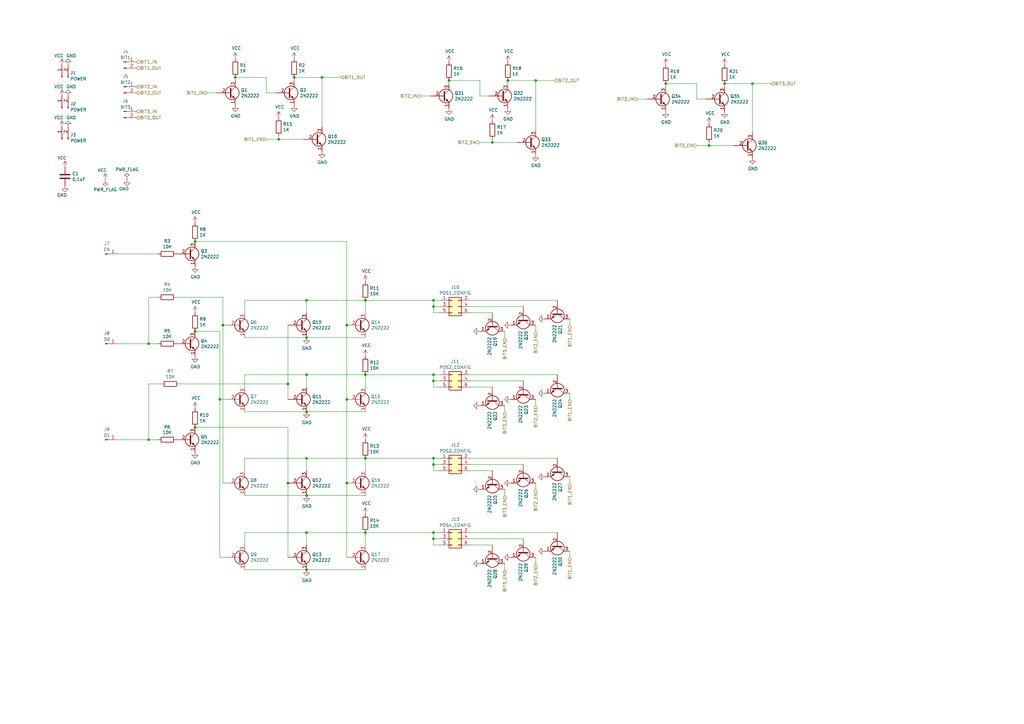
<source format=kicad_sch>
(kicad_sch (version 20230121) (generator eeschema)
  (paper "A3")
  (title_block (title "3-bit Dynamic ROM Enhancer") (date "2023-11-20") (rev "1"))
  (lib_symbols
    (symbol "2n2222:2N2222" (pin_names (offset 0) hide)
      (property "Reference" "Q" (at 5.08 1.905 0))
      (property "Value" "2N2222" (at 5.08 0 0))
      (symbol "2N2222_0_1"
        (polyline (pts (xy 0.635 0.635) (xy 2.54 2.54)))
        (polyline (pts (xy 0.635 -0.635) (xy 2.54 -2.54) (xy 2.54 -2.54)))
        (polyline (pts (xy 0.635 1.905) (xy 0.635 -1.905) (xy 0.635 -1.905)) (stroke (width 0.508)))
        (polyline (pts (xy 1.27 -1.778) (xy 1.778 -1.27) (xy 2.286 -2.286) (xy 1.27 -1.778) (xy 1.27 -1.778)) (fill (type outline)))
        (circle (center 1.27 0) (radius 2.8194) (stroke (width 0.254)))
      )
      (symbol "2N2222_1_1"
        (pin passive line (at 2.54 -5.08 90) (length 2.54) (name "E") (number "1"))
        (pin passive line (at -5.08 0 0) (length 5.715) (name "B") (number "2"))
        (pin passive line (at 2.54 5.08 270) (length 2.54) (name "C") (number "3"))
      )
    )
    (symbol "Connector:Conn_01x01_Pin" (pin_names (offset 1.016) hide)
      (property "Reference" "J" (at 0 2.54 0))
      (property "Value" "Conn_01x01_Pin" (at 0 -2.54 0))
      (symbol "Conn_01x01_Pin_1_1"
        (polyline (pts (xy 1.27 0) (xy 0.8636 0)) (stroke (width 0.1524)))
        (rectangle (start 0.8636 0.127) (end 0 -0.127) (stroke (width 0.1524)) (fill (type outline)))
        (pin passive line (at 5.08 0 180) (length 3.81) (name "Pin_1") (number "1"))
      )
    )
    (symbol "Connector:Conn_01x02_Pin" (pin_names (offset 1.016) hide)
      (property "Reference" "J" (at 0 2.54 0))
      (property "Value" "Conn_01x02_Pin" (at 0 -5.08 0))
      (symbol "Conn_01x02_Pin_1_1"
        (polyline (pts (xy 1.27 -2.54) (xy 0.8636 -2.54)) (stroke (width 0.1524)))
        (polyline (pts (xy 1.27 0) (xy 0.8636 0)) (stroke (width 0.1524)))
        (rectangle (start 0.8636 -2.413) (end 0 -2.667) (stroke (width 0.1524)) (fill (type outline)))
        (rectangle (start 0.8636 0.127) (end 0 -0.127) (stroke (width 0.1524)) (fill (type outline)))
        (pin passive line (at 5.08 0 180) (length 3.81) (name "Pin_1") (number "1"))
        (pin passive line (at 5.08 -2.54 180) (length 3.81) (name "Pin_2") (number "2"))
      )
    )
    (symbol "Connector_Generic:Conn_02x03_Odd_Even" (pin_names (offset 1.016) hide)
      (property "Reference" "J" (at 1.27 5.08 0))
      (property "Value" "Conn_02x03_Odd_Even" (at 1.27 -5.08 0))
      (symbol "Conn_02x03_Odd_Even_1_1"
        (rectangle (start -1.27 -2.413) (end 0 -2.667) (stroke (width 0.1524)))
        (rectangle (start -1.27 0.127) (end 0 -0.127) (stroke (width 0.1524)))
        (rectangle (start -1.27 2.667) (end 0 2.413) (stroke (width 0.1524)))
        (rectangle (start -1.27 3.81) (end 3.81 -3.81) (stroke (width 0.254)) (fill (type background)))
        (rectangle (start 3.81 -2.413) (end 2.54 -2.667) (stroke (width 0.1524)))
        (rectangle (start 3.81 0.127) (end 2.54 -0.127) (stroke (width 0.1524)))
        (rectangle (start 3.81 2.667) (end 2.54 2.413) (stroke (width 0.1524)))
        (pin passive line (at -5.08 2.54 0) (length 3.81) (name "Pin_1") (number "1"))
        (pin passive line (at 7.62 2.54 180) (length 3.81) (name "Pin_2") (number "2"))
        (pin passive line (at -5.08 0 0) (length 3.81) (name "Pin_3") (number "3"))
        (pin passive line (at 7.62 0 180) (length 3.81) (name "Pin_4") (number "4"))
        (pin passive line (at -5.08 -2.54 0) (length 3.81) (name "Pin_5") (number "5"))
        (pin passive line (at 7.62 -2.54 180) (length 3.81) (name "Pin_6") (number "6"))
      )
    )
    (symbol "Device:C" (pin_numbers hide) (pin_names (offset 0.254))
      (property "Reference" "C" (at 0.635 2.54 0))
      (property "Value" "C" (at 0.635 -2.54 0))
      (symbol "C_0_1"
        (polyline (pts (xy -2.032 -0.762) (xy 2.032 -0.762)) (stroke (width 0.508)))
        (polyline (pts (xy -2.032 0.762) (xy 2.032 0.762)) (stroke (width 0.508)))
      )
      (symbol "C_1_1"
        (pin passive line (at 0 3.81 270) (length 2.794) (name "~") (number "1"))
        (pin passive line (at 0 -3.81 90) (length 2.794) (name "~") (number "2"))
      )
    )
    (symbol "Device:R" (pin_numbers hide) (pin_names (offset 0))
      (property "Reference" "R" (at 2.032 0 90))
      (property "Value" "R" (at 0 0 90))
      (symbol "R_0_1"
        (rectangle (start -1.016 -2.54) (end 1.016 2.54) (stroke (width 0.254)))
      )
      (symbol "R_1_1"
        (pin passive line (at 0 3.81 270) (length 1.27) (name "~") (number "1"))
        (pin passive line (at 0 -3.81 90) (length 1.27) (name "~") (number "2"))
      )
    )
    (symbol "power:GND" (power) (pin_names (offset 0))
      (property "Value" "GND" (at 0 -3.81 0))
      (symbol "GND_0_1"
        (polyline (pts (xy 0 0) (xy 0 -1.27) (xy 1.27 -1.27) (xy 0 -2.54) (xy -1.27 -1.27) (xy 0 -1.27)))
      )
      (symbol "GND_1_1"
        (pin power_in line (at 0 0 270) (length 0) hide (name "GND") (number "1"))
      )
    )
    (symbol "power:PWR_FLAG" (power) (pin_numbers hide) (pin_names (offset 0) hide)
      (property "Value" "PWR_FLAG" (at 0 3.81 0))
      (symbol "PWR_FLAG_0_0"
        (pin power_out line (at 0 0 90) (length 0) (name "pwr") (number "1"))
      )
      (symbol "PWR_FLAG_0_1"
        (polyline (pts (xy 0 0) (xy 0 1.27) (xy -1.016 1.905) (xy 0 2.54) (xy 1.016 1.905) (xy 0 1.27)))
      )
    )
    (symbol "power:VCC" (power) (pin_names (offset 0))
      (property "Value" "VCC" (at 0 3.81 0))
      (symbol "VCC_0_1"
        (polyline (pts (xy -0.762 1.27) (xy 0 2.54)))
        (polyline (pts (xy 0 0) (xy 0 2.54)))
        (polyline (pts (xy 0 2.54) (xy 0.762 1.27)))
      )
      (symbol "VCC_1_1"
        (pin power_in line (at 0 0 90) (length 0) hide (name "VCC") (number "1"))
      )
    )
  )
  (junction (at 177.8 153.67))
  (junction (at 142.24 163.83))
  (junction (at 177.8 190.5))
  (junction (at 80.01 99.06))
  (junction (at 125.73 187.96))
  (junction (at 118.11 198.12))
  (junction (at 219.71 33.02))
  (junction (at 125.73 218.44))
  (junction (at 132.08 31.75))
  (junction (at 290.83 59.69))
  (junction (at 125.73 153.67))
  (junction (at 125.73 123.19))
  (junction (at 208.28 33.02))
  (junction (at 308.61 34.29))
  (junction (at 177.8 218.44))
  (junction (at 60.96 180.34))
  (junction (at 149.86 123.19))
  (junction (at 80.01 175.26))
  (junction (at 184.15 33.02))
  (junction (at 142.24 133.35))
  (junction (at 125.73 168.91))
  (junction (at 96.52 31.75))
  (junction (at 91.44 133.35))
  (junction (at 118.11 157.48))
  (junction (at 125.73 203.2))
  (junction (at 90.17 163.83))
  (junction (at 177.8 123.19))
  (junction (at 80.01 135.89))
  (junction (at 177.8 156.21))
  (junction (at 125.73 233.68))
  (junction (at 114.3 57.15))
  (junction (at 297.18 34.29))
  (junction (at 142.24 198.12))
  (junction (at 273.05 34.29))
  (junction (at 149.86 187.96))
  (junction (at 120.65 31.75))
  (junction (at 125.73 138.43))
  (junction (at 60.96 140.97))
  (junction (at 177.8 187.96))
  (junction (at 149.86 218.44))
  (junction (at 177.8 125.73))
  (junction (at 177.8 220.98))
  (junction (at 201.93 58.42))
  (junction (at 149.86 153.67))
  (wire (pts (xy 233.68 226.06) (xy 233.68 228.6)))
  (wire (pts (xy 290.83 59.69) (xy 300.99 59.69)))
  (wire (pts (xy 120.65 33.02) (xy 120.65 31.75)))
  (wire (pts (xy 207.01 231.14) (xy 207.01 233.68)))
  (wire (pts (xy 149.86 123.19) (xy 149.86 128.27)))
  (wire (pts (xy 180.34 220.98) (xy 177.8 220.98)))
  (wire (pts (xy 60.96 121.92) (xy 60.96 140.97)))
  (wire (pts (xy 91.44 133.35) (xy 91.44 198.12)))
  (wire (pts (xy 180.34 156.21) (xy 177.8 156.21)))
  (wire (pts (xy 177.8 125.73) (xy 177.8 123.19)))
  (wire (pts (xy 149.86 153.67) (xy 149.86 158.75)))
  (wire (pts (xy 196.85 58.42) (xy 201.93 58.42)))
  (wire (pts (xy 125.73 138.43) (xy 149.86 138.43)))
  (wire (pts (xy 125.73 187.96) (xy 149.86 187.96)))
  (wire (pts (xy 233.68 195.58) (xy 233.68 198.12)))
  (wire (pts (xy 196.85 39.37) (xy 196.85 33.02)))
  (wire (pts (xy 100.33 138.43) (xy 125.73 138.43)))
  (wire (pts (xy 125.73 233.68) (xy 149.86 233.68)))
  (wire (pts (xy 208.28 33.02) (xy 219.71 33.02)))
  (wire (pts (xy 72.39 121.92) (xy 91.44 121.92)))
  (wire (pts (xy 193.04 123.19) (xy 228.6 123.19)))
  (wire (pts (xy 219.71 198.12) (xy 219.71 200.66)))
  (wire (pts (xy 132.08 31.75) (xy 139.7 31.75)))
  (wire (pts (xy 114.3 57.15) (xy 124.46 57.15)))
  (wire (pts (xy 132.08 31.75) (xy 132.08 52.07)))
  (wire (pts (xy 297.18 34.29) (xy 308.61 34.29)))
  (wire (pts (xy 100.33 158.75) (xy 100.33 153.67)))
  (wire (pts (xy 149.86 123.19) (xy 177.8 123.19)))
  (wire (pts (xy 90.17 163.83) (xy 92.71 163.83)))
  (wire (pts (xy 125.73 203.2) (xy 149.86 203.2)))
  (wire (pts (xy 60.96 157.48) (xy 60.96 180.34)))
  (wire (pts (xy 207.01 166.37) (xy 207.01 168.91)))
  (wire (pts (xy 193.04 223.52) (xy 201.93 223.52)))
  (wire (pts (xy 219.71 163.83) (xy 219.71 166.37)))
  (wire (pts (xy 308.61 34.29) (xy 316.23 34.29)))
  (wire (pts (xy 273.05 34.29) (xy 285.75 34.29)))
  (wire (pts (xy 142.24 198.12) (xy 142.24 228.6)))
  (wire (pts (xy 207.01 200.66) (xy 207.01 203.2)))
  (wire (pts (xy 193.04 156.21) (xy 214.63 156.21)))
  (wire (pts (xy 273.05 35.56) (xy 273.05 34.29)))
  (wire (pts (xy 177.8 158.75) (xy 177.8 156.21)))
  (wire (pts (xy 142.24 99.06) (xy 80.01 99.06)))
  (wire (pts (xy 125.73 218.44) (xy 149.86 218.44)))
  (wire (pts (xy 90.17 163.83) (xy 90.17 228.6)))
  (wire (pts (xy 100.33 153.67) (xy 125.73 153.67)))
  (wire (pts (xy 219.71 133.35) (xy 219.71 135.89)))
  (wire (pts (xy 193.04 187.96) (xy 228.6 187.96)))
  (wire (pts (xy 100.33 168.91) (xy 125.73 168.91)))
  (wire (pts (xy 184.15 33.02) (xy 196.85 33.02)))
  (wire (pts (xy 184.15 34.29) (xy 184.15 33.02)))
  (wire (pts (xy 120.65 31.75) (xy 132.08 31.75)))
  (wire (pts (xy 219.71 33.02) (xy 219.71 53.34)))
  (wire (pts (xy 91.44 198.12) (xy 92.71 198.12)))
  (wire (pts (xy 100.33 223.52) (xy 100.33 218.44)))
  (wire (pts (xy 201.93 57.15) (xy 201.93 58.42)))
  (wire (pts (xy 193.04 128.27) (xy 201.93 128.27)))
  (wire (pts (xy 193.04 220.98) (xy 214.63 220.98)))
  (wire (pts (xy 177.8 220.98) (xy 177.8 218.44)))
  (wire (pts (xy 60.96 180.34) (xy 64.77 180.34)))
  (wire (pts (xy 308.61 34.29) (xy 308.61 54.61)))
  (wire (pts (xy 60.96 157.48) (xy 66.04 157.48)))
  (wire (pts (xy 180.34 223.52) (xy 177.8 223.52)))
  (wire (pts (xy 180.34 158.75) (xy 177.8 158.75)))
  (wire (pts (xy 201.93 58.42) (xy 212.09 58.42)))
  (wire (pts (xy 193.04 193.04) (xy 201.93 193.04)))
  (wire (pts (xy 177.8 218.44) (xy 180.34 218.44)))
  (wire (pts (xy 177.8 190.5) (xy 180.34 190.5)))
  (wire (pts (xy 118.11 175.26) (xy 80.01 175.26)))
  (wire (pts (xy 193.04 158.75) (xy 201.93 158.75)))
  (wire (pts (xy 100.33 128.27) (xy 100.33 123.19)))
  (wire (pts (xy 118.11 175.26) (xy 118.11 198.12)))
  (wire (pts (xy 177.8 128.27) (xy 177.8 125.73)))
  (wire (pts (xy 118.11 133.35) (xy 118.11 157.48)))
  (wire (pts (xy 90.17 135.89) (xy 90.17 163.83)))
  (wire (pts (xy 100.33 203.2) (xy 125.73 203.2)))
  (wire (pts (xy 125.73 193.04) (xy 125.73 187.96)))
  (wire (pts (xy 100.33 123.19) (xy 125.73 123.19)))
  (wire (pts (xy 73.66 157.48) (xy 118.11 157.48)))
  (wire (pts (xy 142.24 133.35) (xy 142.24 163.83)))
  (wire (pts (xy 125.73 153.67) (xy 149.86 153.67)))
  (wire (pts (xy 109.22 57.15) (xy 114.3 57.15)))
  (wire (pts (xy 207.01 135.89) (xy 207.01 138.43)))
  (wire (pts (xy 193.04 153.67) (xy 228.6 153.67)))
  (wire (pts (xy 233.68 130.81) (xy 233.68 133.35)))
  (wire (pts (xy 118.11 157.48) (xy 118.11 163.83)))
  (wire (pts (xy 113.03 38.1) (xy 109.22 38.1)))
  (wire (pts (xy 285.75 40.64) (xy 285.75 34.29)))
  (wire (pts (xy 208.28 34.29) (xy 208.28 33.02)))
  (wire (pts (xy 289.56 40.64) (xy 285.75 40.64)))
  (wire (pts (xy 100.33 218.44) (xy 125.73 218.44)))
  (wire (pts (xy 142.24 99.06) (xy 142.24 133.35)))
  (wire (pts (xy 114.3 55.88) (xy 114.3 57.15)))
  (wire (pts (xy 118.11 198.12) (xy 118.11 228.6)))
  (wire (pts (xy 149.86 218.44) (xy 177.8 218.44)))
  (wire (pts (xy 100.33 193.04) (xy 100.33 187.96)))
  (wire (pts (xy 285.75 59.69) (xy 290.83 59.69)))
  (wire (pts (xy 149.86 153.67) (xy 177.8 153.67)))
  (wire (pts (xy 125.73 128.27) (xy 125.73 123.19)))
  (wire (pts (xy 48.26 104.14) (xy 64.77 104.14)))
  (wire (pts (xy 193.04 218.44) (xy 228.6 218.44)))
  (wire (pts (xy 177.8 156.21) (xy 177.8 153.67)))
  (wire (pts (xy 142.24 163.83) (xy 142.24 198.12)))
  (wire (pts (xy 60.96 140.97) (xy 64.77 140.97)))
  (wire (pts (xy 219.71 33.02) (xy 227.33 33.02)))
  (wire (pts (xy 180.34 193.04) (xy 177.8 193.04)))
  (wire (pts (xy 100.33 233.68) (xy 125.73 233.68)))
  (wire (pts (xy 233.68 161.29) (xy 233.68 163.83)))
  (wire (pts (xy 125.73 123.19) (xy 149.86 123.19)))
  (wire (pts (xy 219.71 228.6) (xy 219.71 231.14)))
  (wire (pts (xy 96.52 33.02) (xy 96.52 31.75)))
  (wire (pts (xy 109.22 38.1) (xy 109.22 31.75)))
  (wire (pts (xy 91.44 121.92) (xy 91.44 133.35)))
  (wire (pts (xy 290.83 58.42) (xy 290.83 59.69)))
  (wire (pts (xy 48.26 140.97) (xy 60.96 140.97)))
  (wire (pts (xy 177.8 187.96) (xy 180.34 187.96)))
  (wire (pts (xy 172.72 39.37) (xy 176.53 39.37)))
  (wire (pts (xy 177.8 153.67) (xy 180.34 153.67)))
  (wire (pts (xy 48.26 180.34) (xy 60.96 180.34)))
  (wire (pts (xy 125.73 158.75) (xy 125.73 153.67)))
  (wire (pts (xy 177.8 123.19) (xy 180.34 123.19)))
  (wire (pts (xy 177.8 193.04) (xy 177.8 190.5)))
  (wire (pts (xy 149.86 187.96) (xy 149.86 193.04)))
  (wire (pts (xy 200.66 39.37) (xy 196.85 39.37)))
  (wire (pts (xy 100.33 187.96) (xy 125.73 187.96)))
  (wire (pts (xy 85.09 38.1) (xy 88.9 38.1)))
  (wire (pts (xy 261.62 40.64) (xy 265.43 40.64)))
  (wire (pts (xy 80.01 135.89) (xy 90.17 135.89)))
  (wire (pts (xy 177.8 223.52) (xy 177.8 220.98)))
  (wire (pts (xy 149.86 218.44) (xy 149.86 223.52)))
  (wire (pts (xy 193.04 190.5) (xy 214.63 190.5)))
  (wire (pts (xy 193.04 125.73) (xy 214.63 125.73)))
  (wire (pts (xy 180.34 125.73) (xy 177.8 125.73)))
  (wire (pts (xy 177.8 187.96) (xy 177.8 190.5)))
  (wire (pts (xy 125.73 223.52) (xy 125.73 218.44)))
  (wire (pts (xy 125.73 168.91) (xy 149.86 168.91)))
  (wire (pts (xy 149.86 187.96) (xy 177.8 187.96)))
  (wire (pts (xy 180.34 128.27) (xy 177.8 128.27)))
  (wire (pts (xy 90.17 228.6) (xy 92.71 228.6)))
  (wire (pts (xy 91.44 133.35) (xy 92.71 133.35)))
  (wire (pts (xy 64.77 121.92) (xy 60.96 121.92)))
  (wire (pts (xy 96.52 31.75) (xy 109.22 31.75)))
  (wire (pts (xy 297.18 35.56) (xy 297.18 34.29)))
  (hierarchical_label "BIT1_EN" (shape input) (at 233.68 133.35 270))
  (hierarchical_label "BIT1_IN" (shape input) (at 55.88 25.4 0))
  (hierarchical_label "BIT1_EN" (shape input) (at 109.22 57.15 180))
  (hierarchical_label "BIT3_OUT" (shape input) (at 55.88 48.26 0))
  (hierarchical_label "BIT3_EN" (shape input) (at 207.01 233.68 270))
  (hierarchical_label "BIT2_EN" (shape input) (at 219.71 166.37 270))
  (hierarchical_label "BIT2_OUT" (shape input) (at 55.88 38.1 0))
  (hierarchical_label "BIT3_OUT" (shape input) (at 316.23 34.29 0))
  (hierarchical_label "BIT3_IN" (shape input) (at 55.88 45.72 0))
  (hierarchical_label "BIT1_EN" (shape input) (at 233.68 163.83 270))
  (hierarchical_label "BIT3_EN" (shape input) (at 285.75 59.69 180))
  (hierarchical_label "BIT1_EN" (shape input) (at 233.68 228.6 270))
  (hierarchical_label "BIT2_EN" (shape input) (at 219.71 135.89 270))
  (hierarchical_label "BIT2_IN" (shape input) (at 172.72 39.37 180))
  (hierarchical_label "BIT1_OUT" (shape input) (at 139.7 31.75 0))
  (hierarchical_label "BIT2_EN" (shape input) (at 196.85 58.42 180))
  (hierarchical_label "BIT3_EN" (shape input) (at 207.01 203.2 270))
  (hierarchical_label "BIT2_IN" (shape input) (at 55.88 35.56 0))
  (hierarchical_label "BIT3_IN" (shape input) (at 261.62 40.64 180))
  (hierarchical_label "BIT2_EN" (shape input) (at 219.71 231.14 270))
  (hierarchical_label "BIT3_EN" (shape input) (at 207.01 138.43 270))
  (hierarchical_label "BIT2_OUT" (shape input) (at 227.33 33.02 0))
  (hierarchical_label "BIT1_EN" (shape input) (at 233.68 198.12 270))
  (hierarchical_label "BIT1_IN" (shape input) (at 85.09 38.1 180))
  (hierarchical_label "BIT2_EN" (shape input) (at 219.71 200.66 270))
  (hierarchical_label "BIT1_OUT" (shape input) (at 55.88 27.94 0))
  (hierarchical_label "BIT3_EN" (shape input) (at 207.01 168.91 270))
  (symbol (lib_id "2n2222:2N2222") (at 147.32 133.35 0) (unit 1)
    (property "Reference" "Q14" (at 152.146 132.1816 0) (effects (justify left)))
    (property "Value" "2N2222" (at 152.146 134.493 0) (effects (justify left)))
    (property "Footprint" "Package_TO_SOT_THT:TO-92_Inline" (effects hide))
    (property "Datasheet" "https://www.fairchildsemi.com/datasheets/2N/2N3904.pdf" (effects hide))
  )
  (symbol (lib_id "power:VCC") (at 290.83 50.8 0) (unit 1)
    (property "Reference" "#PWR049" (effects hide))
    (property "Value" "VCC" (at 291.2618 46.4058 0))
  )
  (symbol (lib_id "power:GND") (at 125.73 233.68 0) (unit 1)
    (property "Reference" "#PWR022" (effects hide))
    (property "Value" "GND" (at 125.857 238.0742 0))
  )
  (symbol (lib_id "2n2222:2N2222") (at 214.63 195.58 270) (unit 1)
    (property "Reference" "Q26" (at 215.7984 200.406 0) (effects (justify left)))
    (property "Value" "2N2222" (at 213.487 200.406 0) (effects (justify left)))
    (property "Footprint" "Package_TO_SOT_THT:TO-92_Inline" (effects hide))
    (property "Datasheet" "https://www.fairchildsemi.com/datasheets/2N/2N3904.pdf" (effects hide))
  )
  (symbol (lib_id "Device:R") (at 149.86 119.38 0) (unit 1)
    (property "Reference" "R11" (at 151.638 118.2116 0) (effects (justify left)))
    (property "Value" "10K" (at 151.638 120.523 0) (effects (justify left)))
    (property "Footprint" "Resistor_THT:R_Axial_DIN0309_L9.0mm_D3.2mm_P12.70mm_Horizontal" (effects hide))
  )
  (symbol (lib_id "power:GND") (at 96.52 43.18 0) (unit 1)
    (property "Reference" "#PWR010" (effects hide))
    (property "Value" "GND" (at 96.647 47.5742 0))
  )
  (symbol (lib_id "2n2222:2N2222") (at 201.93 228.6 270) (unit 1)
    (property "Reference" "Q28" (at 203.0984 233.426 0) (effects (justify left)))
    (property "Value" "2N2222" (at 200.787 233.426 0) (effects (justify left)))
    (property "Footprint" "Package_TO_SOT_THT:TO-92_Inline" (effects hide))
    (property "Datasheet" "https://www.fairchildsemi.com/datasheets/2N/2N3904.pdf" (effects hide))
  )
  (symbol (lib_id "power:GND") (at 209.55 133.35 270) (unit 1)
    (property "Reference" "#PWR030" (effects hide))
    (property "Value" "GND" (effects hide))
  )
  (symbol (lib_id "Connector:Conn_01x01_Pin") (at 43.18 104.14 0) (unit 1)
    (property "Reference" "J7" (at 43.815 99.9195 0))
    (property "Value" "EN" (at 43.815 102.3437 0))
    (property "Footprint" "Connector_PinHeader_2.54mm:PinHeader_1x01_P2.54mm_Vertical" (effects hide))
  )
  (symbol (lib_id "Connector_Generic:Conn_02x03_Odd_Even") (at 185.42 220.98 0) (unit 1)
    (property "Reference" "J13" (at 186.69 213.0257 0))
    (property "Value" "POS4_CONFIG" (at 186.69 215.4499 0))
    (property "Footprint" "Connector_PinHeader_2.54mm:PinHeader_2x03_P2.54mm_Vertical" (effects hide))
  )
  (symbol (lib_id "Device:R") (at 208.28 29.21 180) (unit 1)
    (property "Reference" "R18" (at 210.058 28.0416 0) (effects (justify right)))
    (property "Value" "1K" (at 210.058 30.353 0) (effects (justify right)))
    (property "Footprint" "Resistor_THT:R_Axial_DIN0309_L9.0mm_D3.2mm_P12.70mm_Horizontal" (effects hide))
  )
  (symbol (lib_id "power:GND") (at 223.52 195.58 270) (unit 1)
    (property "Reference" "#PWR037" (effects hide))
    (property "Value" "GND" (effects hide))
  )
  (symbol (lib_id "2n2222:2N2222") (at 77.47 140.97 0) (unit 1)
    (property "Reference" "Q4" (at 82.296 139.8016 0) (effects (justify left)))
    (property "Value" "2N2222" (at 82.296 142.113 0) (effects (justify left)))
    (property "Footprint" "Package_TO_SOT_THT:TO-92_Inline" (effects hide))
    (property "Datasheet" "https://www.fairchildsemi.com/datasheets/2N/2N3904.pdf" (effects hide))
  )
  (symbol (lib_id "2n2222:2N2222") (at 123.19 163.83 0) (unit 1)
    (property "Reference" "Q11" (at 128.016 162.6616 0) (effects (justify left)))
    (property "Value" "2N2222" (at 128.016 164.973 0) (effects (justify left)))
    (property "Footprint" "Package_TO_SOT_THT:TO-92_Inline" (effects hide))
    (property "Datasheet" "https://www.fairchildsemi.com/datasheets/2N/2N3904.pdf" (effects hide))
  )
  (symbol (lib_id "power:GND") (at 120.65 43.18 0) (unit 1)
    (property "Reference" "#PWR012" (effects hide))
    (property "Value" "GND" (at 120.777 47.5742 0))
  )
  (symbol (lib_id "2n2222:2N2222") (at 294.64 40.64 0) (unit 1)
    (property "Reference" "Q35" (at 299.466 39.4716 0) (effects (justify left)))
    (property "Value" "2N2222" (at 299.466 41.783 0) (effects (justify left)))
    (property "Footprint" "Package_TO_SOT_THT:TO-92_Inline" (effects hide))
    (property "Datasheet" "https://www.fairchildsemi.com/datasheets/2N/2N3904.pdf" (effects hide))
  )
  (symbol (lib_id "2n2222:2N2222") (at 201.93 198.12 270) (unit 1)
    (property "Reference" "Q25" (at 203.0984 202.946 0) (effects (justify left)))
    (property "Value" "2N2222" (at 200.787 202.946 0) (effects (justify left)))
    (property "Footprint" "Package_TO_SOT_THT:TO-92_Inline" (effects hide))
    (property "Datasheet" "https://www.fairchildsemi.com/datasheets/2N/2N3904.pdf" (effects hide))
  )
  (symbol (lib_id "power:GND") (at 184.15 44.45 0) (unit 1)
    (property "Reference" "#PWR042" (effects hide))
    (property "Value" "GND" (at 184.277 48.8442 0))
  )
  (symbol (lib_id "Device:R") (at 69.85 157.48 270) (unit 1)
    (property "Reference" "R7" (at 69.85 152.2222 90))
    (property "Value" "10K" (at 69.85 154.5336 90))
    (property "Footprint" "Resistor_THT:R_Axial_DIN0309_L9.0mm_D3.2mm_P12.70mm_Horizontal" (effects hide))
  )
  (symbol (lib_id "power:GND") (at 223.52 130.81 270) (unit 1)
    (property "Reference" "#PWR031" (effects hide))
    (property "Value" "GND" (effects hide))
  )
  (symbol (lib_id "power:VCC") (at 25.4 26.67 0) (unit 1)
    (property "Reference" "#PWR01" (effects hide))
    (property "Value" "VCC" (at 24.13 22.86 0))
  )
  (symbol (lib_id "2n2222:2N2222") (at 118.11 38.1 0) (unit 1)
    (property "Reference" "Q2" (at 122.936 36.9316 0) (effects (justify left)))
    (property "Value" "2N2222" (at 122.936 39.243 0) (effects (justify left)))
    (property "Footprint" "Package_TO_SOT_THT:TO-92_Inline" (effects hide))
    (property "Datasheet" "https://www.fairchildsemi.com/datasheets/2N/2N3904.pdf" (effects hide))
  )
  (symbol (lib_id "2n2222:2N2222") (at 228.6 223.52 270) (unit 1)
    (property "Reference" "Q30" (at 229.7684 228.346 0) (effects (justify left)))
    (property "Value" "2N2222" (at 227.457 228.346 0) (effects (justify left)))
    (property "Footprint" "Package_TO_SOT_THT:TO-92_Inline" (effects hide))
    (property "Datasheet" "https://www.fairchildsemi.com/datasheets/2N/2N3904.pdf" (effects hide))
  )
  (symbol (lib_id "Device:R") (at 120.65 27.94 180) (unit 1)
    (property "Reference" "R2" (at 122.428 26.7716 0) (effects (justify right)))
    (property "Value" "1K" (at 122.428 29.083 0) (effects (justify right)))
    (property "Footprint" "Resistor_THT:R_Axial_DIN0309_L9.0mm_D3.2mm_P12.70mm_Horizontal" (effects hide))
  )
  (symbol (lib_id "power:GND") (at 209.55 198.12 270) (unit 1)
    (property "Reference" "#PWR036" (effects hide))
    (property "Value" "GND" (effects hide))
  )
  (symbol (lib_id "2n2222:2N2222") (at 214.63 226.06 270) (unit 1)
    (property "Reference" "Q29" (at 215.7984 230.886 0) (effects (justify left)))
    (property "Value" "2N2222" (at 213.487 230.886 0) (effects (justify left)))
    (property "Footprint" "Package_TO_SOT_THT:TO-92_Inline" (effects hide))
    (property "Datasheet" "https://www.fairchildsemi.com/datasheets/2N/2N3904.pdf" (effects hide))
  )
  (symbol (lib_id "2n2222:2N2222") (at 214.63 161.29 270) (unit 1)
    (property "Reference" "Q23" (at 215.7984 166.116 0) (effects (justify left)))
    (property "Value" "2N2222" (at 213.487 166.116 0) (effects (justify left)))
    (property "Footprint" "Package_TO_SOT_THT:TO-92_Inline" (effects hide))
    (property "Datasheet" "https://www.fairchildsemi.com/datasheets/2N/2N3904.pdf" (effects hide))
  )
  (symbol (lib_id "2n2222:2N2222") (at 201.93 133.35 270) (unit 1)
    (property "Reference" "Q19" (at 203.0984 138.176 0) (effects (justify left)))
    (property "Value" "2N2222" (at 200.787 138.176 0) (effects (justify left)))
    (property "Footprint" "Package_TO_SOT_THT:TO-92_Inline" (effects hide))
    (property "Datasheet" "https://www.fairchildsemi.com/datasheets/2N/2N3904.pdf" (effects hide))
  )
  (symbol (lib_id "Device:R") (at 290.83 54.61 180) (unit 1)
    (property "Reference" "R20" (at 292.608 53.4416 0) (effects (justify right)))
    (property "Value" "1K" (at 292.608 55.753 0) (effects (justify right)))
    (property "Footprint" "Resistor_THT:R_Axial_DIN0309_L9.0mm_D3.2mm_P12.70mm_Horizontal" (effects hide))
  )
  (symbol (lib_id "power:VCC") (at 114.3 48.26 0) (unit 1)
    (property "Reference" "#PWR028" (effects hide))
    (property "Value" "VCC" (at 114.7318 43.8658 0))
  )
  (symbol (lib_id "2n2222:2N2222") (at 129.54 57.15 0) (unit 1)
    (property "Reference" "Q18" (at 134.366 55.9816 0) (effects (justify left)))
    (property "Value" "2N2222" (at 134.366 58.293 0) (effects (justify left)))
    (property "Footprint" "Package_TO_SOT_THT:TO-92_Inline" (effects hide))
    (property "Datasheet" "https://www.fairchildsemi.com/datasheets/2N/2N3904.pdf" (effects hide))
  )
  (symbol (lib_id "Device:R") (at 149.86 214.63 0) (unit 1)
    (property "Reference" "R14" (at 151.638 213.4616 0) (effects (justify left)))
    (property "Value" "10K" (at 151.638 215.773 0) (effects (justify left)))
    (property "Footprint" "Resistor_THT:R_Axial_DIN0309_L9.0mm_D3.2mm_P12.70mm_Horizontal" (effects hide))
  )
  (symbol (lib_id "power:GND") (at 26.67 76.2 0) (unit 1)
    (property "Reference" "#PWR08" (effects hide))
    (property "Value" "GND" (at 25.4 80.01 0))
  )
  (symbol (lib_id "power:VCC") (at 80.01 91.44 0) (unit 1)
    (property "Reference" "#PWR013" (effects hide))
    (property "Value" "VCC" (at 80.4418 87.0458 0))
  )
  (symbol (lib_id "Device:R") (at 149.86 149.86 0) (unit 1)
    (property "Reference" "R12" (at 151.638 148.6916 0) (effects (justify left)))
    (property "Value" "10K" (at 151.638 151.003 0) (effects (justify left)))
    (property "Footprint" "Resistor_THT:R_Axial_DIN0309_L9.0mm_D3.2mm_P12.70mm_Horizontal" (effects hide))
  )
  (symbol (lib_id "Device:C") (at 26.67 72.39 0) (unit 1)
    (property "Reference" "C1" (at 29.591 71.2216 0) (effects (justify left)))
    (property "Value" "0.1uF" (at 29.591 73.533 0) (effects (justify left)))
    (property "Footprint" "Capacitor_THT:C_Disc_D4.3mm_W1.9mm_P5.00mm" (effects hide))
  )
  (symbol (lib_id "power:PWR_FLAG") (at 52.07 73.66 0) (unit 1)
    (property "Reference" "#FLG02" (effects hide))
    (property "Value" "PWR_FLAG" (at 52.07 69.5269 0))
  )
  (symbol (lib_id "power:VCC") (at 184.15 25.4 0) (unit 1)
    (property "Reference" "#PWR041" (effects hide))
    (property "Value" "VCC" (at 184.5818 21.0058 0))
  )
  (symbol (lib_id "power:VCC") (at 149.86 146.05 0) (unit 1)
    (property "Reference" "#PWR024" (effects hide))
    (property "Value" "VCC" (at 150.2918 141.6558 0))
  )
  (symbol (lib_id "Connector:Conn_01x01_Pin") (at 43.18 140.97 0) (unit 1)
    (property "Reference" "J8" (at 43.815 136.7495 0))
    (property "Value" "D0" (at 43.815 139.1737 0))
    (property "Footprint" "Connector_PinHeader_2.54mm:PinHeader_1x01_P2.54mm_Vertical" (effects hide))
  )
  (symbol (lib_id "power:GND") (at 209.55 228.6 270) (unit 1)
    (property "Reference" "#PWR039" (effects hide))
    (property "Value" "GND" (effects hide))
  )
  (symbol (lib_id "Connector:Conn_01x02_Pin") (at 50.8 45.72 0) (unit 1)
    (property "Reference" "J6" (at 51.435 41.4995 0))
    (property "Value" "BIT3" (at 51.435 43.9237 0))
    (property "Footprint" "Connector_PinHeader_2.54mm:PinHeader_1x02_P2.54mm_Vertical" (effects hide))
  )
  (symbol (lib_id "power:VCC") (at 149.86 180.34 0) (unit 1)
    (property "Reference" "#PWR025" (effects hide))
    (property "Value" "VCC" (at 150.2918 175.9458 0))
  )
  (symbol (lib_id "2n2222:2N2222") (at 181.61 39.37 0) (unit 1)
    (property "Reference" "Q31" (at 186.436 38.2016 0) (effects (justify left)))
    (property "Value" "2N2222" (at 186.436 40.513 0) (effects (justify left)))
    (property "Footprint" "Package_TO_SOT_THT:TO-92_Inline" (effects hide))
    (property "Datasheet" "https://www.fairchildsemi.com/datasheets/2N/2N3904.pdf" (effects hide))
  )
  (symbol (lib_id "Device:R") (at 149.86 184.15 0) (unit 1)
    (property "Reference" "R13" (at 151.638 182.9816 0) (effects (justify left)))
    (property "Value" "10K" (at 151.638 185.293 0) (effects (justify left)))
    (property "Footprint" "Resistor_THT:R_Axial_DIN0309_L9.0mm_D3.2mm_P12.70mm_Horizontal" (effects hide))
  )
  (symbol (lib_id "power:GND") (at 196.85 231.14 270) (unit 1)
    (property "Reference" "#PWR038" (effects hide))
    (property "Value" "GND" (effects hide))
  )
  (symbol (lib_id "2n2222:2N2222") (at 97.79 133.35 0) (unit 1)
    (property "Reference" "Q6" (at 102.616 132.1816 0) (effects (justify left)))
    (property "Value" "2N2222" (at 102.616 134.493 0) (effects (justify left)))
    (property "Footprint" "Package_TO_SOT_THT:TO-92_Inline" (effects hide))
    (property "Datasheet" "https://www.fairchildsemi.com/datasheets/2N/2N3904.pdf" (effects hide))
  )
  (symbol (lib_id "2n2222:2N2222") (at 214.63 130.81 270) (unit 1)
    (property "Reference" "Q20" (at 215.7984 135.636 0) (effects (justify left)))
    (property "Value" "2N2222" (at 213.487 135.636 0) (effects (justify left)))
    (property "Footprint" "Package_TO_SOT_THT:TO-92_Inline" (effects hide))
    (property "Datasheet" "https://www.fairchildsemi.com/datasheets/2N/2N3904.pdf" (effects hide))
  )
  (symbol (lib_id "power:VCC") (at 149.86 115.57 0) (unit 1)
    (property "Reference" "#PWR023" (effects hide))
    (property "Value" "VCC" (at 150.2918 111.1758 0))
  )
  (symbol (lib_id "power:GND") (at 132.08 62.23 0) (unit 1)
    (property "Reference" "#PWR027" (effects hide))
    (property "Value" "GND" (at 132.207 66.6242 0))
  )
  (symbol (lib_id "power:GND") (at 223.52 226.06 270) (unit 1)
    (property "Reference" "#PWR040" (effects hide))
    (property "Value" "GND" (effects hide))
  )
  (symbol (lib_id "Connector:Conn_01x02_Pin") (at 50.8 25.4 0) (unit 1)
    (property "Reference" "J4" (at 51.435 21.1795 0))
    (property "Value" "BIT1" (at 51.435 23.6037 0))
    (property "Footprint" "Connector_PinHeader_2.54mm:PinHeader_1x02_P2.54mm_Vertical" (effects hide))
  )
  (symbol (lib_id "Connector:Conn_01x02_Pin") (at 25.4 44.45 90) (unit 1)
    (property "Reference" "J2" (at 28.7782 42.6029 90) (effects (justify right)))
    (property "Value" "POWER" (at 28.7782 45.0271 90) (effects (justify right)))
    (property "Footprint" "Connector_PinHeader_2.54mm:PinHeader_1x02_P2.54mm_Vertical" (effects hide))
  )
  (symbol (lib_id "2n2222:2N2222") (at 270.51 40.64 0) (unit 1)
    (property "Reference" "Q34" (at 275.336 39.4716 0) (effects (justify left)))
    (property "Value" "2N2222" (at 275.336 41.783 0) (effects (justify left)))
    (property "Footprint" "Package_TO_SOT_THT:TO-92_Inline" (effects hide))
    (property "Datasheet" "https://www.fairchildsemi.com/datasheets/2N/2N3904.pdf" (effects hide))
  )
  (symbol (lib_id "power:GND") (at 196.85 166.37 270) (unit 1)
    (property "Reference" "#PWR032" (effects hide))
    (property "Value" "GND" (effects hide))
  )
  (symbol (lib_id "power:GND") (at 223.52 161.29 270) (unit 1)
    (property "Reference" "#PWR034" (effects hide))
    (property "Value" "GND" (effects hide))
  )
  (symbol (lib_id "power:GND") (at 273.05 45.72 0) (unit 1)
    (property "Reference" "#PWR048" (effects hide))
    (property "Value" "GND" (at 273.177 50.1142 0))
  )
  (symbol (lib_id "2n2222:2N2222") (at 97.79 228.6 0) (unit 1)
    (property "Reference" "Q9" (at 102.616 227.4316 0) (effects (justify left)))
    (property "Value" "2N2222" (at 102.616 229.743 0) (effects (justify left)))
    (property "Footprint" "Package_TO_SOT_THT:TO-92_Inline" (effects hide))
    (property "Datasheet" "https://www.fairchildsemi.com/datasheets/2N/2N3904.pdf" (effects hide))
  )
  (symbol (lib_id "Device:R") (at 96.52 27.94 180) (unit 1)
    (property "Reference" "R1" (at 98.298 26.7716 0) (effects (justify right)))
    (property "Value" "1K" (at 98.298 29.083 0) (effects (justify right)))
    (property "Footprint" "Resistor_THT:R_Axial_DIN0309_L9.0mm_D3.2mm_P12.70mm_Horizontal" (effects hide))
  )
  (symbol (lib_id "power:GND") (at 219.71 63.5 0) (unit 1)
    (property "Reference" "#PWR046" (effects hide))
    (property "Value" "GND" (at 219.837 67.8942 0))
  )
  (symbol (lib_id "2n2222:2N2222") (at 147.32 198.12 0) (unit 1)
    (property "Reference" "Q16" (at 152.146 196.9516 0) (effects (justify left)))
    (property "Value" "2N2222" (at 152.146 199.263 0) (effects (justify left)))
    (property "Footprint" "Package_TO_SOT_THT:TO-92_Inline" (effects hide))
    (property "Datasheet" "https://www.fairchildsemi.com/datasheets/2N/2N3904.pdf" (effects hide))
  )
  (symbol (lib_id "Device:R") (at 80.01 171.45 0) (unit 1)
    (property "Reference" "R10" (at 81.788 170.2816 0) (effects (justify left)))
    (property "Value" "1K" (at 81.788 172.593 0) (effects (justify left)))
    (property "Footprint" "Resistor_THT:R_Axial_DIN0309_L9.0mm_D3.2mm_P12.70mm_Horizontal" (effects hide))
  )
  (symbol (lib_id "Device:R") (at 273.05 30.48 180) (unit 1)
    (property "Reference" "R19" (at 274.828 29.3116 0) (effects (justify right)))
    (property "Value" "1K" (at 274.828 31.623 0) (effects (justify right)))
    (property "Footprint" "Resistor_THT:R_Axial_DIN0309_L9.0mm_D3.2mm_P12.70mm_Horizontal" (effects hide))
  )
  (symbol (lib_id "power:VCC") (at 208.28 25.4 0) (unit 1)
    (property "Reference" "#PWR044" (effects hide))
    (property "Value" "VCC" (at 208.7118 21.0058 0))
  )
  (symbol (lib_id "power:VCC") (at 149.86 210.82 0) (unit 1)
    (property "Reference" "#PWR026" (effects hide))
    (property "Value" "VCC" (at 150.2918 206.4258 0))
  )
  (symbol (lib_id "power:GND") (at 27.94 39.37 180) (unit 1)
    (property "Reference" "#PWR05" (effects hide))
    (property "Value" "GND" (at 29.21 35.56 0))
  )
  (symbol (lib_id "power:VCC") (at 96.52 24.13 0) (unit 1)
    (property "Reference" "#PWR09" (effects hide))
    (property "Value" "VCC" (at 96.9518 19.7358 0))
  )
  (symbol (lib_id "2n2222:2N2222") (at 97.79 163.83 0) (unit 1)
    (property "Reference" "Q7" (at 102.616 162.6616 0) (effects (justify left)))
    (property "Value" "2N2222" (at 102.616 164.973 0) (effects (justify left)))
    (property "Footprint" "Package_TO_SOT_THT:TO-92_Inline" (effects hide))
    (property "Datasheet" "https://www.fairchildsemi.com/datasheets/2N/2N3904.pdf" (effects hide))
  )
  (symbol (lib_id "2n2222:2N2222") (at 228.6 128.27 270) (unit 1)
    (property "Reference" "Q21" (at 229.7684 133.096 0) (effects (justify left)))
    (property "Value" "2N2222" (at 227.457 133.096 0) (effects (justify left)))
    (property "Footprint" "Package_TO_SOT_THT:TO-92_Inline" (effects hide))
    (property "Datasheet" "https://www.fairchildsemi.com/datasheets/2N/2N3904.pdf" (effects hide))
  )
  (symbol (lib_id "power:GND") (at 208.28 44.45 0) (unit 1)
    (property "Reference" "#PWR045" (effects hide))
    (property "Value" "GND" (at 208.407 48.8442 0))
  )
  (symbol (lib_id "Connector_Generic:Conn_02x03_Odd_Even") (at 185.42 190.5 0) (unit 1)
    (property "Reference" "J12" (at 186.69 182.5457 0))
    (property "Value" "POS3_CONFIG" (at 186.69 184.9699 0))
    (property "Footprint" "Connector_PinHeader_2.54mm:PinHeader_2x03_P2.54mm_Vertical" (effects hide))
  )
  (symbol (lib_id "2n2222:2N2222") (at 228.6 193.04 270) (unit 1)
    (property "Reference" "Q27" (at 229.7684 197.866 0) (effects (justify left)))
    (property "Value" "2N2222" (at 227.457 197.866 0) (effects (justify left)))
    (property "Footprint" "Package_TO_SOT_THT:TO-92_Inline" (effects hide))
    (property "Datasheet" "https://www.fairchildsemi.com/datasheets/2N/2N3904.pdf" (effects hide))
  )
  (symbol (lib_id "Device:R") (at 201.93 53.34 180) (unit 1)
    (property "Reference" "R17" (at 203.708 52.1716 0) (effects (justify right)))
    (property "Value" "1K" (at 203.708 54.483 0) (effects (justify right)))
    (property "Footprint" "Resistor_THT:R_Axial_DIN0309_L9.0mm_D3.2mm_P12.70mm_Horizontal" (effects hide))
  )
  (symbol (lib_id "Device:R") (at 68.58 121.92 270) (unit 1)
    (property "Reference" "R4" (at 68.58 116.6622 90))
    (property "Value" "10K" (at 68.58 118.9736 90))
    (property "Footprint" "Resistor_THT:R_Axial_DIN0309_L9.0mm_D3.2mm_P12.70mm_Horizontal" (effects hide))
  )
  (symbol (lib_id "power:GND") (at 52.07 73.66 0) (unit 1)
    (property "Reference" "#PWR054" (effects hide))
    (property "Value" "GND" (at 50.8 77.47 0))
  )
  (symbol (lib_id "Connector:Conn_01x01_Pin") (at 43.18 180.34 0) (unit 1)
    (property "Reference" "J9" (at 43.815 176.1195 0))
    (property "Value" "D1" (at 43.815 178.5437 0))
    (property "Footprint" "Connector_PinHeader_2.54mm:PinHeader_1x01_P2.54mm_Vertical" (effects hide))
  )
  (symbol (lib_id "Connector:Conn_01x02_Pin") (at 25.4 57.15 90) (unit 1)
    (property "Reference" "J3" (at 28.7782 55.3029 90) (effects (justify right)))
    (property "Value" "POWER" (at 28.7782 57.7271 90) (effects (justify right)))
    (property "Footprint" "Connector_PinHeader_2.54mm:PinHeader_1x02_P2.54mm_Vertical" (effects hide))
  )
  (symbol (lib_id "Connector_Generic:Conn_02x03_Odd_Even") (at 185.42 156.21 0) (unit 1)
    (property "Reference" "J11" (at 186.69 148.2557 0))
    (property "Value" "POS2_CONFIG" (at 186.69 150.6799 0))
    (property "Footprint" "Connector_PinHeader_2.54mm:PinHeader_2x03_P2.54mm_Vertical" (effects hide))
  )
  (symbol (lib_id "2n2222:2N2222") (at 77.47 104.14 0) (unit 1)
    (property "Reference" "Q3" (at 82.296 102.9716 0) (effects (justify left)))
    (property "Value" "2N2222" (at 82.296 105.283 0) (effects (justify left)))
    (property "Footprint" "Package_TO_SOT_THT:TO-92_Inline" (effects hide))
    (property "Datasheet" "https://www.fairchildsemi.com/datasheets/2N/2N3904.pdf" (effects hide))
  )
  (symbol (lib_id "2n2222:2N2222") (at 228.6 158.75 270) (unit 1)
    (property "Reference" "Q24" (at 229.7684 163.576 0) (effects (justify left)))
    (property "Value" "2N2222" (at 227.457 163.576 0) (effects (justify left)))
    (property "Footprint" "Package_TO_SOT_THT:TO-92_Inline" (effects hide))
    (property "Datasheet" "https://www.fairchildsemi.com/datasheets/2N/2N3904.pdf" (effects hide))
  )
  (symbol (lib_id "Device:R") (at 80.01 95.25 0) (unit 1)
    (property "Reference" "R8" (at 81.788 94.0816 0) (effects (justify left)))
    (property "Value" "1K" (at 81.788 96.393 0) (effects (justify left)))
    (property "Footprint" "Resistor_THT:R_Axial_DIN0309_L9.0mm_D3.2mm_P12.70mm_Horizontal" (effects hide))
  )
  (symbol (lib_id "Device:R") (at 80.01 132.08 0) (unit 1)
    (property "Reference" "R9" (at 81.788 130.9116 0) (effects (justify left)))
    (property "Value" "1K" (at 81.788 133.223 0) (effects (justify left)))
    (property "Footprint" "Resistor_THT:R_Axial_DIN0309_L9.0mm_D3.2mm_P12.70mm_Horizontal" (effects hide))
  )
  (symbol (lib_id "power:GND") (at 308.61 64.77 0) (unit 1)
    (property "Reference" "#PWR052" (effects hide))
    (property "Value" "GND" (at 308.737 69.1642 0))
  )
  (symbol (lib_id "2n2222:2N2222") (at 97.79 198.12 0) (unit 1)
    (property "Reference" "Q8" (at 102.616 196.9516 0) (effects (justify left)))
    (property "Value" "2N2222" (at 102.616 199.263 0) (effects (justify left)))
    (property "Footprint" "Package_TO_SOT_THT:TO-92_Inline" (effects hide))
    (property "Datasheet" "https://www.fairchildsemi.com/datasheets/2N/2N3904.pdf" (effects hide))
  )
  (symbol (lib_id "2n2222:2N2222") (at 306.07 59.69 0) (unit 1)
    (property "Reference" "Q36" (at 310.896 58.5216 0) (effects (justify left)))
    (property "Value" "2N2222" (at 310.896 60.833 0) (effects (justify left)))
    (property "Footprint" "Package_TO_SOT_THT:TO-92_Inline" (effects hide))
    (property "Datasheet" "https://www.fairchildsemi.com/datasheets/2N/2N3904.pdf" (effects hide))
  )
  (symbol (lib_id "power:GND") (at 209.55 163.83 270) (unit 1)
    (property "Reference" "#PWR033" (effects hide))
    (property "Value" "GND" (effects hide))
  )
  (symbol (lib_id "power:GND") (at 125.73 203.2 0) (unit 1)
    (property "Reference" "#PWR021" (effects hide))
    (property "Value" "GND" (at 125.857 207.5942 0))
  )
  (symbol (lib_id "power:GND") (at 27.94 26.67 180) (unit 1)
    (property "Reference" "#PWR04" (effects hide))
    (property "Value" "GND" (at 29.21 22.86 0))
  )
  (symbol (lib_id "power:VCC") (at 80.01 128.27 0) (unit 1)
    (property "Reference" "#PWR015" (effects hide))
    (property "Value" "VCC" (at 80.4418 123.8758 0))
  )
  (symbol (lib_id "power:VCC") (at 43.18 73.66 0) (unit 1)
    (property "Reference" "#PWR053" (effects hide))
    (property "Value" "VCC" (at 41.91 69.85 0))
  )
  (symbol (lib_id "Device:R") (at 68.58 104.14 270) (unit 1)
    (property "Reference" "R3" (at 68.58 98.8822 90))
    (property "Value" "10K" (at 68.58 101.1936 90))
    (property "Footprint" "Resistor_THT:R_Axial_DIN0309_L9.0mm_D3.2mm_P12.70mm_Horizontal" (effects hide))
  )
  (symbol (lib_id "2n2222:2N2222") (at 93.98 38.1 0) (unit 1)
    (property "Reference" "Q1" (at 98.806 36.9316 0) (effects (justify left)))
    (property "Value" "2N2222" (at 98.806 39.243 0) (effects (justify left)))
    (property "Footprint" "Package_TO_SOT_THT:TO-92_Inline" (effects hide))
    (property "Datasheet" "https://www.fairchildsemi.com/datasheets/2N/2N3904.pdf" (effects hide))
  )
  (symbol (lib_id "2n2222:2N2222") (at 123.19 198.12 0) (unit 1)
    (property "Reference" "Q12" (at 128.016 196.9516 0) (effects (justify left)))
    (property "Value" "2N2222" (at 128.016 199.263 0) (effects (justify left)))
    (property "Footprint" "Package_TO_SOT_THT:TO-92_Inline" (effects hide))
    (property "Datasheet" "https://www.fairchildsemi.com/datasheets/2N/2N3904.pdf" (effects hide))
  )
  (symbol (lib_id "power:GND") (at 80.01 185.42 0) (unit 1)
    (property "Reference" "#PWR018" (effects hide))
    (property "Value" "GND" (at 80.137 189.8142 0))
  )
  (symbol (lib_id "power:VCC") (at 201.93 49.53 0) (unit 1)
    (property "Reference" "#PWR043" (effects hide))
    (property "Value" "VCC" (at 202.3618 45.1358 0))
  )
  (symbol (lib_id "power:GND") (at 196.85 200.66 270) (unit 1)
    (property "Reference" "#PWR035" (effects hide))
    (property "Value" "GND" (effects hide))
  )
  (symbol (lib_id "power:VCC") (at 297.18 26.67 0) (unit 1)
    (property "Reference" "#PWR050" (effects hide))
    (property "Value" "VCC" (at 297.6118 22.2758 0))
  )
  (symbol (lib_id "power:GND") (at 27.94 52.07 180) (unit 1)
    (property "Reference" "#PWR06" (effects hide))
    (property "Value" "GND" (at 29.21 48.26 0))
  )
  (symbol (lib_id "Connector:Conn_01x02_Pin") (at 25.4 31.75 90) (unit 1)
    (property "Reference" "J1" (at 28.7782 29.9029 90) (effects (justify right)))
    (property "Value" "POWER" (at 28.7782 32.3271 90) (effects (justify right)))
    (property "Footprint" "Connector_PinHeader_2.54mm:PinHeader_1x02_P2.54mm_Vertical" (effects hide))
  )
  (symbol (lib_id "power:VCC") (at 273.05 26.67 0) (unit 1)
    (property "Reference" "#PWR047" (effects hide))
    (property "Value" "VCC" (at 273.4818 22.2758 0))
  )
  (symbol (lib_id "Device:R") (at 68.58 180.34 270) (unit 1)
    (property "Reference" "R6" (at 68.58 175.0822 90))
    (property "Value" "10K" (at 68.58 177.3936 90))
    (property "Footprint" "Resistor_THT:R_Axial_DIN0309_L9.0mm_D3.2mm_P12.70mm_Horizontal" (effects hide))
  )
  (symbol (lib_id "power:VCC") (at 25.4 52.07 0) (unit 1)
    (property "Reference" "#PWR03" (effects hide))
    (property "Value" "VCC" (at 24.13 48.26 0))
  )
  (symbol (lib_id "2n2222:2N2222") (at 201.93 163.83 270) (unit 1)
    (property "Reference" "Q22" (at 203.0984 168.656 0) (effects (justify left)))
    (property "Value" "2N2222" (at 200.787 168.656 0) (effects (justify left)))
    (property "Footprint" "Package_TO_SOT_THT:TO-92_Inline" (effects hide))
    (property "Datasheet" "https://www.fairchildsemi.com/datasheets/2N/2N3904.pdf" (effects hide))
  )
  (symbol (lib_id "2n2222:2N2222") (at 123.19 133.35 0) (unit 1)
    (property "Reference" "Q10" (at 128.016 132.1816 0) (effects (justify left)))
    (property "Value" "2N2222" (at 128.016 134.493 0) (effects (justify left)))
    (property "Footprint" "Package_TO_SOT_THT:TO-92_Inline" (effects hide))
    (property "Datasheet" "https://www.fairchildsemi.com/datasheets/2N/2N3904.pdf" (effects hide))
  )
  (symbol (lib_id "Device:R") (at 297.18 30.48 180) (unit 1)
    (property "Reference" "R21" (at 298.958 29.3116 0) (effects (justify right)))
    (property "Value" "1K" (at 298.958 31.623 0) (effects (justify right)))
    (property "Footprint" "Resistor_THT:R_Axial_DIN0309_L9.0mm_D3.2mm_P12.70mm_Horizontal" (effects hide))
  )
  (symbol (lib_id "power:VCC") (at 25.4 39.37 0) (unit 1)
    (property "Reference" "#PWR02" (effects hide))
    (property "Value" "VCC" (at 24.13 35.56 0))
  )
  (symbol (lib_id "power:VCC") (at 26.67 68.58 0) (unit 1)
    (property "Reference" "#PWR07" (effects hide))
    (property "Value" "VCC" (at 25.4 64.77 0))
  )
  (symbol (lib_id "Device:R") (at 184.15 29.21 180) (unit 1)
    (property "Reference" "R16" (at 185.928 28.0416 0) (effects (justify right)))
    (property "Value" "1K" (at 185.928 30.353 0) (effects (justify right)))
    (property "Footprint" "Resistor_THT:R_Axial_DIN0309_L9.0mm_D3.2mm_P12.70mm_Horizontal" (effects hide))
  )
  (symbol (lib_id "Connector:Conn_01x02_Pin") (at 50.8 35.56 0) (unit 1)
    (property "Reference" "J5" (at 51.435 31.3395 0))
    (property "Value" "BIT2" (at 51.435 33.7637 0))
    (property "Footprint" "Connector_PinHeader_2.54mm:PinHeader_1x02_P2.54mm_Vertical" (effects hide))
  )
  (symbol (lib_id "2n2222:2N2222") (at 147.32 228.6 0) (unit 1)
    (property "Reference" "Q17" (at 152.146 227.4316 0) (effects (justify left)))
    (property "Value" "2N2222" (at 152.146 229.743 0) (effects (justify left)))
    (property "Footprint" "Package_TO_SOT_THT:TO-92_Inline" (effects hide))
    (property "Datasheet" "https://www.fairchildsemi.com/datasheets/2N/2N3904.pdf" (effects hide))
  )
  (symbol (lib_id "Device:R") (at 68.58 140.97 270) (unit 1)
    (property "Reference" "R5" (at 68.58 135.7122 90))
    (property "Value" "10K" (at 68.58 138.0236 90))
    (property "Footprint" "Resistor_THT:R_Axial_DIN0309_L9.0mm_D3.2mm_P12.70mm_Horizontal" (effects hide))
  )
  (symbol (lib_id "2n2222:2N2222") (at 77.47 180.34 0) (unit 1)
    (property "Reference" "Q5" (at 82.296 179.1716 0) (effects (justify left)))
    (property "Value" "2N2222" (at 82.296 181.483 0) (effects (justify left)))
    (property "Footprint" "Package_TO_SOT_THT:TO-92_Inline" (effects hide))
    (property "Datasheet" "https://www.fairchildsemi.com/datasheets/2N/2N3904.pdf" (effects hide))
  )
  (symbol (lib_id "2n2222:2N2222") (at 123.19 228.6 0) (unit 1)
    (property "Reference" "Q13" (at 128.016 227.4316 0) (effects (justify left)))
    (property "Value" "2N2222" (at 128.016 229.743 0) (effects (justify left)))
    (property "Footprint" "Package_TO_SOT_THT:TO-92_Inline" (effects hide))
    (property "Datasheet" "https://www.fairchildsemi.com/datasheets/2N/2N3904.pdf" (effects hide))
  )
  (symbol (lib_id "power:PWR_FLAG") (at 43.18 73.66 180) (unit 1)
    (property "Reference" "#FLG01" (effects hide))
    (property "Value" "PWR_FLAG" (at 43.18 77.7931 0))
  )
  (symbol (lib_id "2n2222:2N2222") (at 217.17 58.42 0) (unit 1)
    (property "Reference" "Q33" (at 221.996 57.2516 0) (effects (justify left)))
    (property "Value" "2N2222" (at 221.996 59.563 0) (effects (justify left)))
    (property "Footprint" "Package_TO_SOT_THT:TO-92_Inline" (effects hide))
    (property "Datasheet" "https://www.fairchildsemi.com/datasheets/2N/2N3904.pdf" (effects hide))
  )
  (symbol (lib_id "power:GND") (at 80.01 109.22 0) (unit 1)
    (property "Reference" "#PWR014" (effects hide))
    (property "Value" "GND" (at 80.137 113.6142 0))
  )
  (symbol (lib_id "power:VCC") (at 120.65 24.13 0) (unit 1)
    (property "Reference" "#PWR011" (effects hide))
    (property "Value" "VCC" (at 121.0818 19.7358 0))
  )
  (symbol (lib_id "Connector_Generic:Conn_02x03_Odd_Even") (at 185.42 125.73 0) (unit 1)
    (property "Reference" "J10" (at 186.69 117.7757 0))
    (property "Value" "POS1_CONFIG" (at 186.69 120.1999 0))
    (property "Footprint" "Connector_PinHeader_2.54mm:PinHeader_2x03_P2.54mm_Vertical" (effects hide))
  )
  (symbol (lib_id "power:GND") (at 297.18 45.72 0) (unit 1)
    (property "Reference" "#PWR051" (effects hide))
    (property "Value" "GND" (at 297.307 50.1142 0))
  )
  (symbol (lib_id "power:GND") (at 80.01 146.05 0) (unit 1)
    (property "Reference" "#PWR016" (effects hide))
    (property "Value" "GND" (at 80.137 150.4442 0))
  )
  (symbol (lib_id "2n2222:2N2222") (at 147.32 163.83 0) (unit 1)
    (property "Reference" "Q15" (at 152.146 162.6616 0) (effects (justify left)))
    (property "Value" "2N2222" (at 152.146 164.973 0) (effects (justify left)))
    (property "Footprint" "Package_TO_SOT_THT:TO-92_Inline" (effects hide))
    (property "Datasheet" "https://www.fairchildsemi.com/datasheets/2N/2N3904.pdf" (effects hide))
  )
  (symbol (lib_id "power:GND") (at 196.85 135.89 270) (unit 1)
    (property "Reference" "#PWR029" (effects hide))
    (property "Value" "GND" (effects hide))
  )
  (symbol (lib_id "Device:R") (at 114.3 52.07 180) (unit 1)
    (property "Reference" "R15" (at 116.078 50.9016 0) (effects (justify right)))
    (property "Value" "1K" (at 116.078 53.213 0) (effects (justify right)))
    (property "Footprint" "Resistor_THT:R_Axial_DIN0309_L9.0mm_D3.2mm_P12.70mm_Horizontal" (effects hide))
  )
  (symbol (lib_id "power:GND") (at 125.73 138.43 0) (unit 1)
    (property "Reference" "#PWR019" (effects hide))
    (property "Value" "GND" (at 125.857 142.8242 0))
  )
  (symbol (lib_id "power:VCC") (at 80.01 167.64 0) (unit 1)
    (property "Reference" "#PWR017" (effects hide))
    (property "Value" "VCC" (at 80.4418 163.2458 0))
  )
  (symbol (lib_id "2n2222:2N2222") (at 205.74 39.37 0) (unit 1)
    (property "Reference" "Q32" (at 210.566 38.2016 0) (effects (justify left)))
    (property "Value" "2N2222" (at 210.566 40.513 0) (effects (justify left)))
    (property "Footprint" "Package_TO_SOT_THT:TO-92_Inline" (effects hide))
    (property "Datasheet" "https://www.fairchildsemi.com/datasheets/2N/2N3904.pdf" (effects hide))
  )
  (symbol (lib_id "power:GND") (at 125.73 168.91 0) (unit 1)
    (property "Reference" "#PWR020" (effects hide))
    (property "Value" "GND" (at 125.857 173.3042 0))
  )
)
</source>
